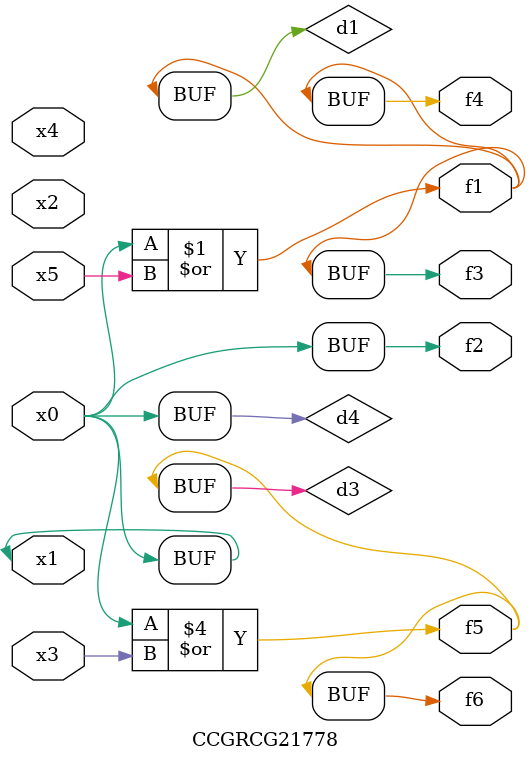
<source format=v>
module CCGRCG21778(
	input x0, x1, x2, x3, x4, x5,
	output f1, f2, f3, f4, f5, f6
);

	wire d1, d2, d3, d4;

	or (d1, x0, x5);
	xnor (d2, x1, x4);
	or (d3, x0, x3);
	buf (d4, x0, x1);
	assign f1 = d1;
	assign f2 = d4;
	assign f3 = d1;
	assign f4 = d1;
	assign f5 = d3;
	assign f6 = d3;
endmodule

</source>
